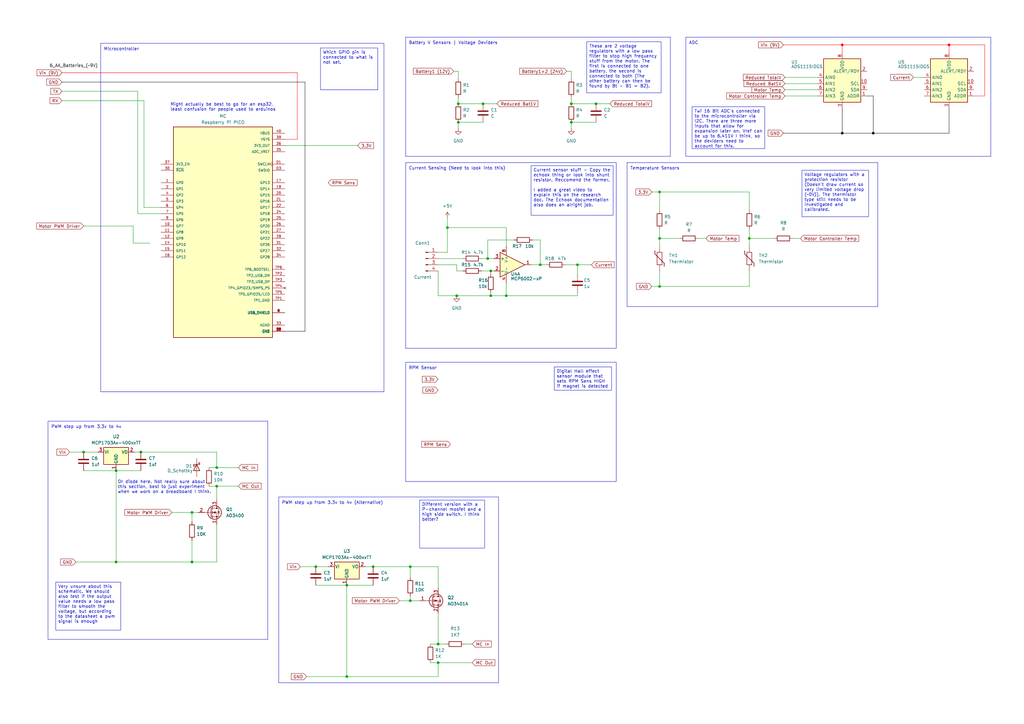
<source format=kicad_sch>
(kicad_sch (version 20230121) (generator eeschema)
  (paper "A3")
  (lib_symbols
    (symbol "Amplifier_Operational:MCP6002-xP" (pin_names (offset 0.127))
      (property "Reference" "U" (at 0 5.08 0))
      (property "Value" "MCP6002-xP" (at 0 -5.08 0))
      (symbol "MCP6002-xP_1_1"
        (polyline (pts (xy -5.08 5.08) (xy 5.08 0) (xy -5.08 -5.08) (xy -5.08 5.08)) (stroke (width 0.254)) (fill (type background)))
        (pin output line (at 7.62 0 180) (length 2.54) (name "~") (number "1"))
        (pin input line (at -7.62 -2.54 0) (length 2.54) (name "-") (number "2"))
        (pin input line (at -7.62 2.54 0) (length 2.54) (name "+") (number "3"))
      )
      (symbol "MCP6002-xP_2_1"
        (polyline (pts (xy -5.08 5.08) (xy 5.08 0) (xy -5.08 -5.08) (xy -5.08 5.08)) (stroke (width 0.254)) (fill (type background)))
        (pin input line (at -7.62 2.54 0) (length 2.54) (name "+") (number "5"))
        (pin input line (at -7.62 -2.54 0) (length 2.54) (name "-") (number "6"))
        (pin output line (at 7.62 0 180) (length 2.54) (name "~") (number "7"))
      )
      (symbol "MCP6002-xP_3_1"
        (pin power_in line (at -2.54 -7.62 90) (length 3.81) (name "V-") (number "4"))
        (pin power_in line (at -2.54 7.62 270) (length 3.81) (name "V+") (number "8"))
      )
    )
    (symbol "Analog_ADC:ADS1115IDGS"
      (property "Reference" "U" (at 2.54 13.97 0))
      (property "Value" "ADS1115IDGS" (at 7.62 11.43 0))
      (symbol "ADS1115IDGS_0_1"
        (rectangle (start -7.62 10.16) (end 7.62 -7.62) (stroke (width 0.254)) (fill (type background)))
      )
      (symbol "ADS1115IDGS_1_1"
        (pin input line (at 10.16 -5.08 180) (length 2.54) (name "ADDR") (number "1"))
        (pin input line (at 10.16 0 180) (length 2.54) (name "SCL") (number "10"))
        (pin output line (at 10.16 5.08 180) (length 2.54) (name "ALERT/RDY") (number "2"))
        (pin power_in line (at 0 -10.16 90) (length 2.54) (name "GND") (number "3"))
        (pin input line (at -10.16 2.54 0) (length 2.54) (name "AIN0") (number "4"))
        (pin input line (at -10.16 0 0) (length 2.54) (name "AIN1") (number "5"))
        (pin input line (at -10.16 -2.54 0) (length 2.54) (name "AIN2") (number "6"))
        (pin input line (at -10.16 -5.08 0) (length 2.54) (name "AIN3") (number "7"))
        (pin power_in line (at 0 12.7 270) (length 2.54) (name "VDD") (number "8"))
        (pin bidirectional line (at 10.16 -2.54 180) (length 2.54) (name "SDA") (number "9"))
      )
    )
    (symbol "Connector:Conn_01x04_Male" (pin_names (offset 1.016) hide)
      (property "Reference" "J" (at 0 5.08 0))
      (property "Value" "Conn_01x04_Male" (at 0 -7.62 0))
      (symbol "Conn_01x04_Male_1_1"
        (polyline (pts (xy 1.27 -5.08) (xy 0.8636 -5.08)) (stroke (width 0.1524)))
        (polyline (pts (xy 1.27 -2.54) (xy 0.8636 -2.54)) (stroke (width 0.1524)))
        (polyline (pts (xy 1.27 0) (xy 0.8636 0)) (stroke (width 0.1524)))
        (polyline (pts (xy 1.27 2.54) (xy 0.8636 2.54)) (stroke (width 0.1524)))
        (rectangle (start 0.8636 -4.953) (end 0 -5.207) (stroke (width 0.1524)) (fill (type outline)))
        (rectangle (start 0.8636 -2.413) (end 0 -2.667) (stroke (width 0.1524)) (fill (type outline)))
        (rectangle (start 0.8636 0.127) (end 0 -0.127) (stroke (width 0.1524)) (fill (type outline)))
        (rectangle (start 0.8636 2.667) (end 0 2.413) (stroke (width 0.1524)) (fill (type outline)))
        (pin passive line (at 5.08 2.54 180) (length 3.81) (name "Pin_1") (number "1"))
        (pin passive line (at 5.08 0 180) (length 3.81) (name "Pin_2") (number "2"))
        (pin passive line (at 5.08 -2.54 180) (length 3.81) (name "Pin_3") (number "3"))
        (pin passive line (at 5.08 -5.08 180) (length 3.81) (name "Pin_4") (number "4"))
      )
    )
    (symbol "Device:C" (pin_numbers hide) (pin_names (offset 0.254))
      (property "Reference" "C" (at 0.635 2.54 0))
      (property "Value" "C" (at 0.635 -2.54 0))
      (symbol "C_0_1"
        (polyline (pts (xy -2.032 -0.762) (xy 2.032 -0.762)) (stroke (width 0.508)))
        (polyline (pts (xy -2.032 0.762) (xy 2.032 0.762)) (stroke (width 0.508)))
      )
      (symbol "C_1_1"
        (pin passive line (at 0 3.81 270) (length 2.794) (name "~") (number "1"))
        (pin passive line (at 0 -3.81 90) (length 2.794) (name "~") (number "2"))
      )
    )
    (symbol "Device:D_Schottky" (pin_numbers hide) (pin_names (offset 1.016) hide)
      (property "Reference" "D" (at 0 2.54 0))
      (property "Value" "D_Schottky" (at 0 -2.54 0))
      (symbol "D_Schottky_0_1"
        (polyline (pts (xy 1.27 0) (xy -1.27 0)))
        (polyline (pts (xy 1.27 1.27) (xy 1.27 -1.27) (xy -1.27 0) (xy 1.27 1.27)) (stroke (width 0.254)))
        (polyline (pts (xy -1.905 0.635) (xy -1.905 1.27) (xy -1.27 1.27) (xy -1.27 -1.27) (xy -0.635 -1.27) (xy -0.635 -0.635)) (stroke (width 0.254)))
      )
      (symbol "D_Schottky_1_1"
        (pin passive line (at -3.81 0 0) (length 2.54) (name "K") (number "1"))
        (pin passive line (at 3.81 0 180) (length 2.54) (name "A") (number "2"))
      )
    )
    (symbol "Device:R" (pin_numbers hide) (pin_names (offset 0))
      (property "Reference" "R" (at 2.032 0 90))
      (property "Value" "R" (at 0 0 90))
      (symbol "R_0_1"
        (rectangle (start -1.016 -2.54) (end 1.016 2.54) (stroke (width 0.254)))
      )
      (symbol "R_1_1"
        (pin passive line (at 0 3.81 270) (length 1.27) (name "~") (number "1"))
        (pin passive line (at 0 -3.81 90) (length 1.27) (name "~") (number "2"))
      )
    )
    (symbol "Device:Thermistor" (pin_numbers hide) (pin_names (offset 0))
      (property "Reference" "TH" (at 2.54 1.27 90))
      (property "Value" "Thermistor" (at -2.54 0 90))
      (symbol "Thermistor_0_1"
        (rectangle (start -1.016 2.54) (end 1.016 -2.54) (stroke (width 0.2032)))
        (polyline (pts (xy -1.905 3.175) (xy -1.905 1.905) (xy 1.905 -1.905) (xy 1.905 -3.175) (xy 1.905 -3.175)) (stroke (width 0.254)))
      )
      (symbol "Thermistor_1_1"
        (pin passive line (at 0 5.08 270) (length 2.54) (name "~") (number "1"))
        (pin passive line (at 0 -5.08 90) (length 2.54) (name "~") (number "2"))
      )
    )
    (symbol "Regulator_Linear:MCP1703Ax-400xxTT" (pin_names (offset 0.254))
      (property "Reference" "U" (at -3.81 3.175 0))
      (property "Value" "MCP1703Ax-400xxTT" (at 0 3.175 0))
      (symbol "MCP1703Ax-400xxTT_0_1"
        (rectangle (start -5.08 -5.08) (end 5.08 1.905) (stroke (width 0.254)) (fill (type background)))
      )
      (symbol "MCP1703Ax-400xxTT_1_1"
        (pin power_in line (at 0 -7.62 90) (length 2.54) (name "GND") (number "1"))
        (pin power_out line (at 7.62 0 180) (length 2.54) (name "VO") (number "2"))
        (pin power_in line (at -7.62 0 0) (length 2.54) (name "VI") (number "3"))
      )
    )
    (symbol "SC0915:SC0915" (pin_names (offset 1.016))
      (property "Reference" "U" (at -20.32 44.069 0))
      (property "Value" "SC0915" (at -20.32 -45.72 0))
      (symbol "SC0915_0_0"
        (rectangle (start -20.32 -43.18) (end 20.32 43.18) (stroke (width 0.254)) (fill (type background)))
        (pin bidirectional line (at -25.4 20.32 0) (length 5.08) (name "GP0") (number "1"))
        (pin bidirectional line (at -25.4 2.54 0) (length 5.08) (name "GP7") (number "10"))
        (pin bidirectional line (at -25.4 0 0) (length 5.08) (name "GP8") (number "11"))
        (pin bidirectional line (at -25.4 -2.54 0) (length 5.08) (name "GP9") (number "12"))
        (pin power_in line (at 25.4 -40.64 180) (length 5.08) (name "GND") (number "13"))
        (pin bidirectional line (at -25.4 -5.08 0) (length 5.08) (name "GP10") (number "14"))
        (pin bidirectional line (at -25.4 -7.62 0) (length 5.08) (name "GP11") (number "15"))
        (pin bidirectional line (at -25.4 -10.16 0) (length 5.08) (name "GP12") (number "16"))
        (pin bidirectional line (at 25.4 20.32 180) (length 5.08) (name "GP13") (number "17"))
        (pin power_in line (at 25.4 -40.64 180) (length 5.08) (name "GND") (number "18"))
        (pin bidirectional line (at 25.4 17.78 180) (length 5.08) (name "GP14") (number "19"))
        (pin bidirectional line (at -25.4 17.78 0) (length 5.08) (name "GP1") (number "2"))
        (pin bidirectional line (at 25.4 15.24 180) (length 5.08) (name "GP15") (number "20"))
        (pin bidirectional line (at 25.4 12.7 180) (length 5.08) (name "GP16") (number "21"))
        (pin bidirectional line (at 25.4 10.16 180) (length 5.08) (name "GP17") (number "22"))
        (pin power_in line (at 25.4 -40.64 180) (length 5.08) (name "GND") (number "23"))
        (pin bidirectional line (at 25.4 7.62 180) (length 5.08) (name "GP18") (number "24"))
        (pin bidirectional line (at 25.4 5.08 180) (length 5.08) (name "GP19") (number "25"))
        (pin bidirectional line (at 25.4 2.54 180) (length 5.08) (name "GP20") (number "26"))
        (pin bidirectional line (at 25.4 0 180) (length 5.08) (name "GP21") (number "27"))
        (pin power_in line (at 25.4 -40.64 180) (length 5.08) (name "GND") (number "28"))
        (pin bidirectional line (at 25.4 -2.54 180) (length 5.08) (name "GP22") (number "29"))
        (pin power_in line (at 25.4 -40.64 180) (length 5.08) (name "GND") (number "3"))
        (pin input line (at -25.4 25.4 0) (length 5.08) (name "~{RUN}") (number "30"))
        (pin bidirectional line (at 25.4 -5.08 180) (length 5.08) (name "GP26") (number "31"))
        (pin bidirectional line (at 25.4 -7.62 180) (length 5.08) (name "GP27") (number "32"))
        (pin power_in line (at 25.4 -38.1 180) (length 5.08) (name "AGND") (number "33"))
        (pin bidirectional line (at 25.4 -10.16 180) (length 5.08) (name "GP28") (number "34"))
        (pin power_in line (at 25.4 33.02 180) (length 5.08) (name "ADC_VREF") (number "35"))
        (pin power_in line (at 25.4 35.56 180) (length 5.08) (name "3V3_OUT") (number "36"))
        (pin input line (at -25.4 27.94 0) (length 5.08) (name "3V3_EN") (number "37"))
        (pin power_in line (at 25.4 -40.64 180) (length 5.08) (name "GND") (number "38"))
        (pin power_in line (at 25.4 38.1 180) (length 5.08) (name "VSYS") (number "39"))
        (pin bidirectional line (at -25.4 15.24 0) (length 5.08) (name "GP2") (number "4"))
        (pin power_in line (at 25.4 40.64 180) (length 5.08) (name "VBUS") (number "40"))
        (pin bidirectional line (at -25.4 12.7 0) (length 5.08) (name "GP3") (number "5"))
        (pin bidirectional line (at -25.4 10.16 0) (length 5.08) (name "GP4") (number "6"))
        (pin bidirectional line (at -25.4 7.62 0) (length 5.08) (name "GP5") (number "7"))
        (pin power_in line (at 25.4 -40.64 180) (length 5.08) (name "GND") (number "8"))
        (pin bidirectional line (at -25.4 5.08 0) (length 5.08) (name "GP6") (number "9"))
        (pin power_in line (at 25.4 -33.02 180) (length 5.08) (name "USB_SHIELD") (number "A"))
        (pin power_in line (at 25.4 -33.02 180) (length 5.08) (name "USB_SHIELD") (number "B"))
        (pin power_in line (at 25.4 -33.02 180) (length 5.08) (name "USB_SHIELD") (number "C"))
        (pin power_in line (at 25.4 -33.02 180) (length 5.08) (name "USB_SHIELD") (number "D"))
        (pin input clock (at 25.4 27.94 180) (length 5.08) (name "SWCLK") (number "D1"))
        (pin power_in line (at 25.4 -40.64 180) (length 5.08) (name "GND") (number "D2"))
        (pin bidirectional line (at 25.4 25.4 180) (length 5.08) (name "SWDIO") (number "D3"))
        (pin power_in line (at 25.4 -27.94 180) (length 5.08) (name "TP1_GND") (number "TP1"))
        (pin bidirectional line (at 25.4 -17.78 180) (length 5.08) (name "TP2_USB_DM") (number "TP2"))
        (pin bidirectional line (at 25.4 -20.32 180) (length 5.08) (name "TP3_USB_DP") (number "TP3"))
        (pin no_connect line (at 25.4 -22.86 180) (length 5.08) (name "TP4_GPIO23/SMPS_PS") (number "TP4"))
        (pin output line (at 25.4 -25.4 180) (length 5.08) (name "TP5_GPIO25/LED") (number "TP5"))
        (pin input line (at 25.4 -15.24 180) (length 5.08) (name "TP6_BOOTSEL") (number "TP6"))
      )
    )
    (symbol "Transistor_FET:2N7000" (pin_names hide)
      (property "Reference" "Q" (at 5.08 1.905 0))
      (property "Value" "2N7000" (at 5.08 0 0))
      (symbol "2N7000_0_1"
        (polyline (pts (xy 0.254 0) (xy -2.54 0)))
        (polyline (pts (xy 0.254 1.905) (xy 0.254 -1.905)) (stroke (width 0.254)))
        (polyline (pts (xy 0.762 -1.27) (xy 0.762 -2.286)) (stroke (width 0.254)))
        (polyline (pts (xy 0.762 0.508) (xy 0.762 -0.508)) (stroke (width 0.254)))
        (polyline (pts (xy 0.762 2.286) (xy 0.762 1.27)) (stroke (width 0.254)))
        (polyline (pts (xy 2.54 2.54) (xy 2.54 1.778)))
        (polyline (pts (xy 2.54 -2.54) (xy 2.54 0) (xy 0.762 0)))
        (polyline (pts (xy 0.762 -1.778) (xy 3.302 -1.778) (xy 3.302 1.778) (xy 0.762 1.778)))
        (polyline (pts (xy 1.016 0) (xy 2.032 0.381) (xy 2.032 -0.381) (xy 1.016 0)) (fill (type outline)))
        (polyline (pts (xy 2.794 0.508) (xy 2.921 0.381) (xy 3.683 0.381) (xy 3.81 0.254)))
        (polyline (pts (xy 3.302 0.381) (xy 2.921 -0.254) (xy 3.683 -0.254) (xy 3.302 0.381)))
        (circle (center 1.651 0) (radius 2.794) (stroke (width 0.254)))
        (circle (center 2.54 -1.778) (radius 0.254) (fill (type outline)))
        (circle (center 2.54 1.778) (radius 0.254) (fill (type outline)))
      )
      (symbol "2N7000_1_1"
        (pin passive line (at 2.54 -5.08 90) (length 2.54) (name "S") (number "1"))
        (pin input line (at -5.08 0 0) (length 2.54) (name "G") (number "2"))
        (pin passive line (at 2.54 5.08 270) (length 2.54) (name "D") (number "3"))
      )
    )
    (symbol "Transistor_FET:AO3401A" (pin_names hide)
      (property "Reference" "Q" (at 5.08 1.905 0))
      (property "Value" "AO3401A" (at 5.08 0 0))
      (symbol "AO3401A_0_1"
        (polyline (pts (xy 0.254 0) (xy -2.54 0)))
        (polyline (pts (xy 0.254 1.905) (xy 0.254 -1.905)) (stroke (width 0.254)))
        (polyline (pts (xy 0.762 -1.27) (xy 0.762 -2.286)) (stroke (width 0.254)))
        (polyline (pts (xy 0.762 0.508) (xy 0.762 -0.508)) (stroke (width 0.254)))
        (polyline (pts (xy 0.762 2.286) (xy 0.762 1.27)) (stroke (width 0.254)))
        (polyline (pts (xy 2.54 2.54) (xy 2.54 1.778)))
        (polyline (pts (xy 2.54 -2.54) (xy 2.54 0) (xy 0.762 0)))
        (polyline (pts (xy 0.762 1.778) (xy 3.302 1.778) (xy 3.302 -1.778) (xy 0.762 -1.778)))
        (polyline (pts (xy 2.286 0) (xy 1.27 0.381) (xy 1.27 -0.381) (xy 2.286 0)) (fill (type outline)))
        (polyline (pts (xy 2.794 -0.508) (xy 2.921 -0.381) (xy 3.683 -0.381) (xy 3.81 -0.254)))
        (polyline (pts (xy 3.302 -0.381) (xy 2.921 0.254) (xy 3.683 0.254) (xy 3.302 -0.381)))
        (circle (center 1.651 0) (radius 2.794) (stroke (width 0.254)))
        (circle (center 2.54 -1.778) (radius 0.254) (fill (type outline)))
        (circle (center 2.54 1.778) (radius 0.254) (fill (type outline)))
      )
      (symbol "AO3401A_1_1"
        (pin input line (at -5.08 0 0) (length 2.54) (name "G") (number "1"))
        (pin passive line (at 2.54 -5.08 90) (length 2.54) (name "S") (number "2"))
        (pin passive line (at 2.54 5.08 270) (length 2.54) (name "D") (number "3"))
      )
    )
    (symbol "power:+5V" (power) (pin_names (offset 0))
      (property "Value" "+5V" (at 0 3.556 0))
      (symbol "+5V_0_1"
        (polyline (pts (xy -0.762 1.27) (xy 0 2.54)))
        (polyline (pts (xy 0 0) (xy 0 2.54)))
        (polyline (pts (xy 0 2.54) (xy 0.762 1.27)))
      )
      (symbol "+5V_1_1"
        (pin power_in line (at 0 0 90) (length 0) hide (name "+5V") (number "1"))
      )
    )
    (symbol "power:GND" (power) (pin_names (offset 0))
      (property "Value" "GND" (at 0 -3.81 0))
      (symbol "GND_0_1"
        (polyline (pts (xy 0 0) (xy 0 -1.27) (xy 1.27 -1.27) (xy 0 -2.54) (xy -1.27 -1.27) (xy 0 -1.27)))
      )
      (symbol "GND_1_1"
        (pin power_in line (at 0 0 270) (length 0) hide (name "GND") (number "1"))
      )
    )
  )
  (junction (at 236.855 108.585))
  (junction (at 345.44 54.61) (color 0 0 0 1))
  (junction (at 234.315 50.165))
  (junction (at 47.625 230.505))
  (junction (at 129.54 232.41))
  (junction (at 307.34 97.79))
  (junction (at 142.24 277.495))
  (junction (at 270.51 78.74))
  (junction (at 168.275 246.38))
  (junction (at 183.515 93.345))
  (junction (at 358.14 54.61) (color 0 0 0 1))
  (junction (at 244.475 42.545))
  (junction (at 78.74 230.505))
  (junction (at 47.625 193.04))
  (junction (at 221.615 108.585))
  (junction (at 179.705 271.78))
  (junction (at 168.275 232.41))
  (junction (at 200.025 106.045))
  (junction (at 57.785 185.42))
  (junction (at 34.29 185.42))
  (junction (at 187.96 50.165))
  (junction (at 78.74 210.185))
  (junction (at 88.9 199.39))
  (junction (at 345.44 18.415) (color 255 0 0 1))
  (junction (at 270.51 97.79))
  (junction (at 179.705 264.16))
  (junction (at 187.96 42.545))
  (junction (at 201.295 121.285))
  (junction (at 270.51 117.475))
  (junction (at 389.255 18.415) (color 255 0 0 1))
  (junction (at 198.12 42.545))
  (junction (at 201.295 111.125))
  (junction (at 234.315 42.545))
  (junction (at 142.24 240.03))
  (junction (at 207.645 121.285))
  (junction (at 88.9 191.77))
  (junction (at 153.035 232.41))
  (junction (at 187.325 121.285))
  (wire (pts (xy 142.24 240.03) (xy 153.035 240.03)))
  (wire (pts (xy 179.705 271.78) (xy 179.705 277.495)))
  (wire (pts (xy 176.53 264.16) (xy 179.705 264.16)))
  (wire (pts (xy 200.025 98.425) (xy 200.025 106.045)))
  (wire (pts (xy 54.61 99.695) (xy 61.595 99.695)))
  (wire (pts (xy 179.705 121.285) (xy 179.705 111.125)))
  (wire (pts (xy 307.34 97.79) (xy 317.5 97.79)))
  (wire (pts (xy 163.83 246.38) (xy 168.275 246.38)))
  (wire (pts (xy 270.51 97.79) (xy 270.51 93.98)))
  (wire (pts (xy 201.295 121.285) (xy 187.325 121.285)))
  (wire (pts (xy 47.625 193.04) (xy 47.625 230.505)))
  (wire (pts (xy 190.5 264.16) (xy 193.675 264.16)))
  (wire (pts (xy 78.74 210.185) (xy 81.28 210.185)))
  (wire (pts (xy 88.9 185.42) (xy 88.9 191.77)))
  (wire (pts (xy 307.34 93.98) (xy 307.34 97.79)))
  (wire (pts (xy 234.315 50.165) (xy 234.315 52.705)))
  (wire (pts (xy 201.295 120.015) (xy 201.295 121.285)))
  (wire (pts (xy 307.34 97.79) (xy 307.34 100.965)))
  (wire (pts (xy 321.945 36.83) (xy 335.28 36.83)))
  (wire (pts (xy 187.325 108.585) (xy 179.705 108.585)))
  (wire (pts (xy 176.53 271.78) (xy 179.705 271.78)))
  (wire (pts (xy 236.855 108.585) (xy 242.57 108.585)))
  (wire (pts (xy 25.4 37.465) (xy 56.515 37.465)))
  (wire (pts (xy 168.275 244.475) (xy 168.275 246.38)))
  (wire (pts (xy 270.51 117.475) (xy 307.34 117.475)))
  (wire (pts (xy 56.515 37.465) (xy 56.515 87.63)))
  (wire (pts (xy 121.92 29.845) (xy 121.92 57.15)) (stroke (width 0) (color 255 0 0 1)))
  (wire (pts (xy 389.255 44.45) (xy 389.255 54.61)) (stroke (width 0) (color 0 0 0 1)))
  (wire (pts (xy 78.74 213.995) (xy 78.74 210.185)))
  (wire (pts (xy 236.855 108.585) (xy 231.775 108.585)))
  (wire (pts (xy 123.19 232.41) (xy 129.54 232.41)))
  (wire (pts (xy 28.575 185.42) (xy 34.29 185.42)))
  (wire (pts (xy 232.41 29.21) (xy 234.315 29.21)))
  (wire (pts (xy 55.245 185.42) (xy 57.785 185.42)))
  (wire (pts (xy 121.92 57.15) (xy 116.84 57.15)) (stroke (width 0) (color 255 0 0 1)))
  (wire (pts (xy 210.82 98.425) (xy 200.025 98.425)))
  (wire (pts (xy 207.645 116.205) (xy 207.645 121.285)))
  (wire (pts (xy 403.86 18.415) (xy 389.255 18.415)) (stroke (width 0) (color 255 0 0 1)))
  (wire (pts (xy 59.055 41.275) (xy 59.055 85.09)))
  (wire (pts (xy 207.645 121.285) (xy 201.295 121.285)))
  (wire (pts (xy 234.315 42.545) (xy 244.475 42.545)))
  (wire (pts (xy 197.485 111.125) (xy 201.295 111.125)))
  (wire (pts (xy 25.4 29.845) (xy 121.92 29.845)) (stroke (width 0) (color 255 0 0 1)))
  (wire (pts (xy 47.625 230.505) (xy 31.115 230.505)))
  (wire (pts (xy 321.31 18.415) (xy 345.44 18.415)) (stroke (width 0) (color 255 0 0 1)))
  (wire (pts (xy 179.705 106.045) (xy 189.865 106.045)))
  (wire (pts (xy 403.86 39.37) (xy 403.86 18.415)) (stroke (width 0) (color 255 0 0 1)))
  (wire (pts (xy 179.705 251.46) (xy 179.705 264.16)))
  (wire (pts (xy 187.96 50.165) (xy 187.96 52.705)))
  (wire (pts (xy 345.44 18.415) (xy 389.255 18.415)) (stroke (width 0) (color 255 0 0 1)))
  (wire (pts (xy 125.095 33.655) (xy 125.095 135.89)) (stroke (width 0) (color 0 0 0 1)))
  (wire (pts (xy 236.855 120.015) (xy 236.855 121.285)))
  (wire (pts (xy 54.61 92.71) (xy 54.61 99.695)))
  (wire (pts (xy 57.785 185.42) (xy 88.9 185.42)))
  (wire (pts (xy 234.315 29.21) (xy 234.315 32.385)))
  (wire (pts (xy 179.705 264.16) (xy 182.88 264.16)))
  (wire (pts (xy 183.515 89.535) (xy 183.515 93.345)))
  (wire (pts (xy 179.705 232.41) (xy 179.705 241.3)))
  (wire (pts (xy 201.295 111.125) (xy 201.295 112.395)))
  (wire (pts (xy 234.315 50.165) (xy 244.475 50.165)))
  (wire (pts (xy 399.415 39.37) (xy 403.86 39.37)) (stroke (width 0) (color 255 0 0 1)))
  (wire (pts (xy 70.485 210.185) (xy 78.74 210.185)))
  (wire (pts (xy 221.615 98.425) (xy 221.615 108.585)))
  (wire (pts (xy 179.705 103.505) (xy 183.515 103.505)))
  (wire (pts (xy 34.29 193.04) (xy 47.625 193.04)))
  (wire (pts (xy 267.335 117.475) (xy 270.51 117.475)))
  (wire (pts (xy 187.96 42.545) (xy 198.12 42.545)))
  (wire (pts (xy 88.9 230.505) (xy 78.74 230.505)))
  (wire (pts (xy 345.44 18.415) (xy 345.44 21.59)) (stroke (width 0) (color 255 0 0 1)))
  (wire (pts (xy 88.9 191.77) (xy 97.79 191.77)))
  (wire (pts (xy 217.805 108.585) (xy 221.615 108.585)))
  (wire (pts (xy 200.025 106.045) (xy 202.565 106.045)))
  (wire (pts (xy 236.855 108.585) (xy 236.855 112.395)))
  (wire (pts (xy 244.475 42.545) (xy 250.19 42.545)))
  (wire (pts (xy 267.335 78.74) (xy 270.51 78.74)))
  (wire (pts (xy 116.84 135.89) (xy 125.095 135.89)) (stroke (width 0) (color 0 0 0 1)))
  (wire (pts (xy 85.725 199.39) (xy 88.9 199.39)))
  (wire (pts (xy 168.275 232.41) (xy 168.275 236.855)))
  (wire (pts (xy 168.275 246.38) (xy 172.085 246.38)))
  (wire (pts (xy 389.255 18.415) (xy 389.255 21.59)) (stroke (width 0) (color 255 0 0 1)))
  (wire (pts (xy 97.79 199.39) (xy 88.9 199.39)))
  (wire (pts (xy 183.515 93.345) (xy 183.515 103.505)))
  (wire (pts (xy 85.725 191.77) (xy 88.9 191.77)))
  (wire (pts (xy 34.29 185.42) (xy 40.005 185.42)))
  (wire (pts (xy 187.96 40.005) (xy 187.96 42.545)))
  (wire (pts (xy 207.645 93.345) (xy 183.515 93.345)))
  (wire (pts (xy 56.515 87.63) (xy 66.04 87.63)))
  (wire (pts (xy 187.96 50.165) (xy 198.12 50.165)))
  (wire (pts (xy 187.325 121.285) (xy 179.705 121.285)))
  (wire (pts (xy 286.385 97.79) (xy 289.56 97.79)))
  (wire (pts (xy 186.055 29.21) (xy 187.96 29.21)))
  (wire (pts (xy 218.44 98.425) (xy 221.615 98.425)))
  (wire (pts (xy 270.51 111.125) (xy 270.51 117.475)))
  (wire (pts (xy 321.945 31.75) (xy 335.28 31.75)))
  (wire (pts (xy 198.12 42.545) (xy 203.835 42.545)))
  (wire (pts (xy 189.865 111.125) (xy 187.325 111.125)))
  (wire (pts (xy 345.44 44.45) (xy 345.44 54.61)) (stroke (width 0) (color 0 0 0 1)))
  (wire (pts (xy 307.34 78.74) (xy 307.34 86.36)))
  (wire (pts (xy 358.14 39.37) (xy 358.14 54.61)) (stroke (width 0) (color 0 0 0 1)))
  (wire (pts (xy 149.86 232.41) (xy 153.035 232.41)))
  (wire (pts (xy 142.24 277.495) (xy 179.705 277.495)))
  (wire (pts (xy 278.765 97.79) (xy 270.51 97.79)))
  (wire (pts (xy 25.4 33.655) (xy 125.095 33.655)) (stroke (width 0) (color 0 0 0 1)))
  (wire (pts (xy 345.44 54.61) (xy 358.14 54.61)) (stroke (width 0) (color 0 0 0 1)))
  (wire (pts (xy 270.51 78.74) (xy 307.34 78.74)))
  (wire (pts (xy 168.275 232.41) (xy 179.705 232.41)))
  (wire (pts (xy 321.945 39.37) (xy 335.28 39.37)))
  (wire (pts (xy 129.54 240.03) (xy 142.24 240.03)))
  (wire (pts (xy 321.945 34.29) (xy 335.28 34.29)))
  (wire (pts (xy 234.315 40.005) (xy 234.315 42.545)))
  (wire (pts (xy 270.51 97.79) (xy 270.51 100.965)))
  (wire (pts (xy 125.73 277.495) (xy 142.24 277.495)))
  (wire (pts (xy 34.29 92.71) (xy 54.61 92.71)))
  (wire (pts (xy 221.615 108.585) (xy 224.155 108.585)))
  (wire (pts (xy 270.51 86.36) (xy 270.51 78.74)))
  (wire (pts (xy 197.485 106.045) (xy 200.025 106.045)))
  (wire (pts (xy 47.625 193.04) (xy 57.785 193.04)))
  (wire (pts (xy 207.645 100.965) (xy 207.645 93.345)))
  (wire (pts (xy 374.65 31.75) (xy 379.095 31.75)))
  (wire (pts (xy 355.6 39.37) (xy 358.14 39.37)) (stroke (width 0) (color 0 0 0 1)))
  (wire (pts (xy 207.645 121.285) (xy 236.855 121.285)))
  (wire (pts (xy 88.9 215.265) (xy 88.9 230.505)))
  (wire (pts (xy 187.96 29.21) (xy 187.96 32.385)))
  (wire (pts (xy 201.295 111.125) (xy 202.565 111.125)))
  (wire (pts (xy 187.325 111.125) (xy 187.325 108.585)))
  (wire (pts (xy 142.24 240.03) (xy 142.24 277.495)))
  (wire (pts (xy 116.84 59.69) (xy 146.685 59.69)))
  (wire (pts (xy 78.74 230.505) (xy 47.625 230.505)))
  (wire (pts (xy 129.54 232.41) (xy 134.62 232.41)))
  (wire (pts (xy 59.055 85.09) (xy 66.04 85.09)))
  (wire (pts (xy 78.74 221.615) (xy 78.74 230.505)))
  (wire (pts (xy 193.675 271.78) (xy 179.705 271.78)))
  (wire (pts (xy 325.12 97.79) (xy 328.295 97.79)))
  (wire (pts (xy 88.9 199.39) (xy 88.9 205.105)))
  (wire (pts (xy 25.4 41.275) (xy 59.055 41.275)))
  (wire (pts (xy 307.34 117.475) (xy 307.34 111.125)))
  (wire (pts (xy 321.31 54.61) (xy 345.44 54.61)) (stroke (width 0) (color 0 0 0 1)))
  (wire (pts (xy 358.14 54.61) (xy 389.255 54.61)) (stroke (width 0) (color 0 0 0 1)))
  (wire (pts (xy 153.035 232.41) (xy 168.275 232.41)))
  (rectangle (start 114.3 203.835) (end 204.47 280.035))
  (rectangle (start 166.37 15.24) (end 274.955 64.135))
  (rectangle (start 281.305 15.24) (end 406.4 64.135))
  (rectangle (start 166.37 148.59) (end 252.73 197.485))
  (rectangle (start 41.275 17.78) (end 157.48 160.655))
  (rectangle (start 257.175 66.675) (end 360.045 125.73))
  (rectangle (start 166.37 66.675) (end 252.73 142.875))
  (rectangle (start 19.685 172.72) (end 109.855 262.255))
  (text_box "Very unsure about this schematic. We should also test if the output value needs a low pass filter to smooth the voltage, but according to the datasheet a pwm signal is enough" (at 22.86 238.76 0) (size 26.67 19.685) (effects (font (size 1.27 1.27)) (justify left top)))
  (text_box "Digital Hall effect sensor module that sets RPM Sens HIGH if magnet is detected" (at 227.33 150.495 0) (size 23.495 9.525) (effects (font (size 1.27 1.27)) (justify left top)))
  (text_box "Twi 16 Bit ADC's connected to the microcontroller via I2C. There are three more inputs that allow for expansion later on. Vref can be up to 6.411V I think, so the deviders need to account for this." (at 283.845 43.815 0) (size 29.845 17.145) (effects (font (size 1.27 1.27)) (justify left top)))
  (text_box "Which GPIO pin is connected to what is not set.\n" (at 131.445 19.685 0) (size 23.495 17.145) (effects (font (size 1.27 1.27)) (justify left top)))
  (text_box "Voltage regulators with a protection resistor (Doesn't draw current so very limited voltage drop (~0V)). The thermistor type still needs to be investigated and calibrated." (at 328.93 69.85 0) (size 27.305 19.05) (effects (font (size 1.27 1.27)) (justify left top)))
  (text_box "Different version with a P-channel mosfet and a high side switch. I think better?" (at 172.085 205.105 0) (size 26.67 19.685) (effects (font (size 1.27 1.27)) (justify left top)))
  (text_box "These are 2 voltage regulators with a low pass filter to stop high frequency stuff from the motor. The first is connected to one battery, the second is connected to both (The other battery can then be found by Bt - B1 = B2)." (at 240.665 17.145 0) (size 30.48 20.955) (effects (font (size 1.27 1.27)) (justify left top)))
  (text_box "Current sensor stuff - Copy the echook thing or look into shunt resistor. Reccomend the former. \n\nI added a great video to explain this on the research doc. The Echook documentation also does an alright job." (at 217.805 67.945 0) (size 33.655 20.32) (effects (font (size 1.27 1.27)) (justify left top)))
  (text "Current Sensing (Need to look into this)\n" (at 167.64 69.85 0) (effects (font (size 1.27 1.27)) (justify left bottom)))
  (text "PWM step up from 3.3v to 4v (Alternative)\n" (at 115.57 207.01 0) (effects (font (size 1.27 1.27)) (justify left bottom)))
  (text "RPM Sensor" (at 167.64 151.765 0) (effects (font (size 1.27 1.27)) (justify left bottom)))
  (text "ADC" (at 282.575 18.415 0) (effects (font (size 1.27 1.27)) (justify left bottom)))
  (text "Might actually be best to go for an esp32,\nleast confusion for people used to arduinos" (at 69.85 45.72 0) (effects (font (size 1.27 1.27)) (justify left bottom)))
  (text "Battery V Sensors | Voltage Deviders" (at 167.64 18.415 0) (effects (font (size 1.27 1.27)) (justify left bottom)))
  (text "PWM step up from 3.3v to 4v" (at 20.955 175.895 0) (effects (font (size 1.27 1.27)) (justify left bottom)))
  (text "Microcontroller\n" (at 42.545 20.955 0) (effects (font (size 1.27 1.27)) (justify left bottom)))
  (text "Or diode here. Not really sure about \nthis section, best to just experiment\nwhen we work on a breadboard I think." (at 48.26 202.565 0) (effects (font (size 1.27 1.27)) (justify left bottom)))
  (text "Temperature Sensors\n" (at 258.445 69.85 0) (effects (font (size 1.27 1.27)) (justify left bottom)))
  (label "6_AA_Batteries_(~9V)" (at 20.32 27.94 0))
  (global_label "RPM Sens" (shape input) (at 134.62 74.93 0) (property "Intersheetrefs" "${INTERSHEET_REFS}" (effects hide)))
  (global_label "Reduced Bat1V" (shape input) (at 321.945 34.29 180) (property "Intersheetrefs" "${INTERSHEET_REFS}" (effects hide)))
  (global_label "GND" (shape input) (at 25.4 33.655 180) (property "Intersheetrefs" "${INTERSHEET_REFS}" (effects hide)))
  (global_label "Battery1+2 (24V)" (shape input) (at 232.41 29.21 180) (property "Intersheetrefs" "${INTERSHEET_REFS}" (effects hide)))
  (global_label "Vin" (shape input) (at 28.575 185.42 180) (property "Intersheetrefs" "${INTERSHEET_REFS}" (effects hide)))
  (global_label "RX" (shape input) (at 25.4 41.275 180) (property "Intersheetrefs" "${INTERSHEET_REFS}" (effects hide)))
  (global_label "GND" (shape input) (at 125.73 277.495 180) (property "Intersheetrefs" "${INTERSHEET_REFS}" (effects hide)))
  (global_label "Reduced TotalV" (shape input) (at 250.19 42.545 0) (property "Intersheetrefs" "${INTERSHEET_REFS}" (effects hide)))
  (global_label "MC In" (shape input) (at 193.675 264.16 0) (property "Intersheetrefs" "${INTERSHEET_REFS}" (effects hide)))
  (global_label "Motor Temp" (shape input) (at 289.56 97.79 0) (property "Intersheetrefs" "${INTERSHEET_REFS}" (effects hide)))
  (global_label "MC Out" (shape input) (at 97.79 199.39 0) (property "Intersheetrefs" "${INTERSHEET_REFS}" (effects hide)))
  (global_label "Current" (shape input) (at 242.57 108.585 0) (property "Intersheetrefs" "${INTERSHEET_REFS}" (effects hide)))
  (global_label "TX" (shape input) (at 25.4 37.465 180) (property "Intersheetrefs" "${INTERSHEET_REFS}" (effects hide)))
  (global_label "Vin" (shape input) (at 123.19 232.41 180) (property "Intersheetrefs" "${INTERSHEET_REFS}" (effects hide)))
  (global_label "3.3V" (shape input) (at 179.705 155.575 180) (property "Intersheetrefs" "${INTERSHEET_REFS}" (effects hide)))
  (global_label "Current" (shape input) (at 374.65 31.75 180) (property "Intersheetrefs" "${INTERSHEET_REFS}" (effects hide)))
  (global_label "Motor PWM Driver" (shape input) (at 70.485 210.185 180) (property "Intersheetrefs" "${INTERSHEET_REFS}" (effects hide)))
  (global_label "GND" (shape input) (at 179.705 160.02 180) (property "Intersheetrefs" "${INTERSHEET_REFS}" (effects hide)))
  (global_label "Motor Controller Temp" (shape input) (at 321.945 39.37 180) (property "Intersheetrefs" "${INTERSHEET_REFS}" (effects hide)))
  (global_label "Reduced Bat1V" (shape input) (at 203.835 42.545 0) (property "Intersheetrefs" "${INTERSHEET_REFS}" (effects hide)))
  (global_label "GND" (shape input) (at 267.335 117.475 180) (property "Intersheetrefs" "${INTERSHEET_REFS}" (effects hide)))
  (global_label "Vin (9V)" (shape input) (at 25.4 29.845 180) (property "Intersheetrefs" "${INTERSHEET_REFS}" (effects hide)))
  (global_label "Reduced TotalV" (shape input) (at 321.945 31.75 180) (property "Intersheetrefs" "${INTERSHEET_REFS}" (effects hide)))
  (global_label "MC In" (shape input) (at 97.79 191.77 0) (property "Intersheetrefs" "${INTERSHEET_REFS}" (effects hide)))
  (global_label "RPM Sens" (shape input) (at 184.785 182.245 180) (property "Intersheetrefs" "${INTERSHEET_REFS}" (effects hide)))
  (global_label "MC Out" (shape input) (at 193.675 271.78 0) (property "Intersheetrefs" "${INTERSHEET_REFS}" (effects hide)))
  (global_label "Motor PWM Driver" (shape input) (at 163.83 246.38 180) (property "Intersheetrefs" "${INTERSHEET_REFS}" (effects hide)))
  (global_label "Battery1 (12V)" (shape input) (at 186.055 29.21 180) (property "Intersheetrefs" "${INTERSHEET_REFS}" (effects hide)))
  (global_label "3.3V" (shape input) (at 146.685 59.69 0) (property "Intersheetrefs" "${INTERSHEET_REFS}" (effects hide)))
  (global_label "Vin (9V)" (shape input) (at 321.31 18.415 180) (property "Intersheetrefs" "${INTERSHEET_REFS}" (effects hide)))
  (global_label "GND" (shape input) (at 321.31 54.61 180) (property "Intersheetrefs" "${INTERSHEET_REFS}" (effects hide)))
  (global_label "Motor Controller Temp" (shape input) (at 328.295 97.79 0) (property "Intersheetrefs" "${INTERSHEET_REFS}" (effects hide)))
  (global_label "GND" (shape input) (at 31.115 230.505 180) (property "Intersheetrefs" "${INTERSHEET_REFS}" (effects hide)))
  (global_label "Motor PWM Driver" (shape input) (at 34.29 92.71 180) (property "Intersheetrefs" "${INTERSHEET_REFS}" (effects hide)))
  (global_label "3.3V" (shape input) (at 267.335 78.74 180) (property "Intersheetrefs" "${INTERSHEET_REFS}" (effects hide)))
  (global_label "Motor Temp" (shape input) (at 321.945 36.83 180) (property "Intersheetrefs" "${INTERSHEET_REFS}" (effects hide)))
  (symbol (lib_id "Device:R") (at 78.74 217.805 0) (unit 1)
    (property "Reference" "R9" (at 80.645 216.535 0) (effects (justify left)))
    (property "Value" "10K" (at 80.645 219.075 0) (effects (justify left)))
  )
  (symbol (lib_id "power:GND") (at 234.315 52.705 0) (unit 1)
    (property "Reference" "#PWR02" (effects hide))
    (property "Value" "GND" (at 234.315 57.785 0))
  )
  (symbol (lib_id "Device:C") (at 236.855 116.205 0) (unit 1)
    (property "Reference" "C5" (at 239.395 114.935 0) (effects (justify left)))
    (property "Value" "1u" (at 239.395 117.475 0) (effects (justify left)))
    (property "Footprint" "Capacitor_THT:C_Disc_D5.1mm_W3.2mm_P5.00mm" (effects hide))
  )
  (symbol (lib_id "Device:R") (at 234.315 46.355 0) (unit 1)
    (property "Reference" "R4" (at 236.22 45.085 0) (effects (justify left)))
    (property "Value" "R" (at 236.22 47.625 0) (effects (justify left)))
  )
  (symbol (lib_id "Device:R") (at 214.63 98.425 270) (unit 1)
    (property "Reference" "R17" (at 212.09 100.965 90))
    (property "Value" "10k" (at 217.17 100.965 90))
    (property "Footprint" "Resistor_THT:R_Axial_DIN0207_L6.3mm_D2.5mm_P10.16mm_Horizontal" (effects hide))
  )
  (symbol (lib_id "power:GND") (at 187.325 121.285 0) (unit 1)
    (property "Reference" "#PWR04" (effects hide))
    (property "Value" "GND" (at 187.325 126.365 0))
  )
  (symbol (lib_id "Device:R") (at 234.315 36.195 0) (unit 1)
    (property "Reference" "R3" (at 236.22 34.925 0) (effects (justify left)))
    (property "Value" "R" (at 236.22 37.465 0) (effects (justify left)))
  )
  (symbol (lib_id "Device:R") (at 186.69 264.16 90) (unit 1)
    (property "Reference" "R13" (at 186.69 257.81 90))
    (property "Value" "1K?" (at 186.69 260.35 90))
  )
  (symbol (lib_id "Device:C") (at 153.035 236.22 0) (unit 1)
    (property "Reference" "C4" (at 156.21 234.95 0) (effects (justify left)))
    (property "Value" "1uf" (at 156.21 237.49 0) (effects (justify left)))
  )
  (symbol (lib_id "Device:C") (at 244.475 46.355 0) (unit 1)
    (property "Reference" "C2" (at 247.65 45.085 0) (effects (justify left)))
    (property "Value" "C" (at 247.65 47.625 0) (effects (justify left)))
  )
  (symbol (lib_id "SC0915:SC0915") (at 91.44 95.25 0) (unit 1)
    (property "Reference" "MC" (at 91.44 47.625 0))
    (property "Value" "Raspberry Pi PICO" (at 91.44 50.165 0))
    (property "Footprint" "SC0915:MODULE_SC0915" (effects hide))
    (property "MF" "Raspberry Pi" (effects hide))
    (property "Description" "\nRaspberry Pi Pico Embedded Dev Module | Raspberry Pi SC0915\n" (effects hide))
    (property "Package" "None" (effects hide))
    (property "Price" "None" (effects hide))
    (property "Check_prices" "https://www.snapeda.com/parts/SC0915/Raspberry+Pi/view-part/?ref=eda" (effects hide))
    (property "STANDARD" "Manufacturer Recommendations" (effects hide))
    (property "PARTREV" "1.9" (effects hide))
    (property "SnapEDA_Link" "https://www.snapeda.com/parts/SC0915/Raspberry+Pi/view-part/?ref=snap" (effects hide))
    (property "MP" "SC0915" (effects hide))
    (property "Purchase-URL" "https://www.snapeda.com/api/url_track_click_mouser/?unipart_id=6331605&manufacturer=Raspberry Pi&part_name=SC0915&search_term=pico" (effects hide))
    (property "MANUFACTURER" "Pi Supply" (effects hide))
    (property "Availability" "In Stock" (effects hide))
    (property "SNAPEDA_PN" "SC0915" (effects hide))
  )
  (symbol (lib_id "Device:C") (at 198.12 46.355 0) (unit 1)
    (property "Reference" "C1" (at 201.295 45.085 0) (effects (justify left)))
    (property "Value" "C" (at 201.295 47.625 0) (effects (justify left)))
  )
  (symbol (lib_id "Device:R") (at 227.965 108.585 270) (unit 1)
    (property "Reference" "R18" (at 225.425 106.045 90))
    (property "Value" "47k" (at 230.505 106.045 90))
    (property "Footprint" "Resistor_THT:R_Axial_DIN0207_L6.3mm_D2.5mm_P10.16mm_Horizontal" (effects hide))
  )
  (symbol (lib_id "Transistor_FET:AO3401A") (at 177.165 246.38 0) (unit 1)
    (property "Reference" "Q2" (at 183.515 245.11 0) (effects (justify left)))
    (property "Value" "AO3401A" (at 183.515 247.65 0) (effects (justify left)))
    (property "Footprint" "Package_TO_SOT_SMD:SOT-23" (effects hide))
    (property "Datasheet" "http://www.aosmd.com/pdfs/datasheet/AO3401A.pdf" (effects hide))
  )
  (symbol (lib_id "Connector:Conn_01x04_Male") (at 174.625 106.045 0) (unit 1)
    (property "Reference" "Conn1" (at 173.355 99.695 0))
    (property "Value" "Current" (at 173.355 113.665 0))
    (property "Footprint" "user:Pluggable_Terminal_4_5.08mm" (effects hide))
  )
  (symbol (lib_id "Device:R") (at 168.275 240.665 180) (unit 1)
    (property "Reference" "R11" (at 170.18 239.395 0) (effects (justify right)))
    (property "Value" "10K" (at 170.18 241.935 0) (effects (justify right)))
  )
  (symbol (lib_id "Analog_ADC:ADS1115IDGS") (at 389.255 34.29 0) (unit 1)
    (property "Reference" "U5" (at 368.3 25.4 0) (effects (justify left)))
    (property "Value" "ADS1115IDGS" (at 368.3 27.305 0) (effects (justify left)))
    (property "Footprint" "Package_SO:TSSOP-10_3x3mm_P0.5mm" (effects hide))
    (property "Datasheet" "http://www.ti.com/lit/ds/symlink/ads1113.pdf" (effects hide))
  )
  (symbol (lib_id "Device:R") (at 85.725 195.58 0) (unit 1)
    (property "Reference" "R10" (at 87.63 194.31 0) (effects (justify left)))
    (property "Value" "10K" (at 87.63 196.85 0) (effects (justify left)))
  )
  (symbol (lib_id "Device:R") (at 307.34 90.17 0) (unit 1)
    (property "Reference" "R6" (at 309.245 88.9 0) (effects (justify left)))
    (property "Value" "R" (at 309.245 91.44 0) (effects (justify left)))
  )
  (symbol (lib_id "Device:R") (at 270.51 90.17 0) (unit 1)
    (property "Reference" "R5" (at 272.415 88.9 0) (effects (justify left)))
    (property "Value" "R" (at 272.415 91.44 0) (effects (justify left)))
  )
  (symbol (lib_id "power:GND") (at 187.96 52.705 0) (unit 1)
    (property "Reference" "#PWR01" (effects hide))
    (property "Value" "GND" (at 187.96 57.785 0))
  )
  (symbol (lib_id "Device:C") (at 129.54 236.22 0) (unit 1)
    (property "Reference" "C3" (at 132.715 234.95 0) (effects (justify left)))
    (property "Value" "1uf" (at 132.715 237.49 0) (effects (justify left)))
  )
  (symbol (lib_id "Transistor_FET:2N7000") (at 86.36 210.185 0) (unit 1)
    (property "Reference" "Q1" (at 92.71 208.915 0) (effects (justify left)))
    (property "Value" "AO3400" (at 92.71 211.455 0) (effects (justify left)))
    (property "Footprint" "Package_TO_SOT_THT:TO-92_Inline" (effects hide))
    (property "Datasheet" "https://www.vishay.com/docs/70226/70226.pdf" (effects hide))
  )
  (symbol (lib_id "power:+5V") (at 183.515 89.535 0) (unit 1)
    (property "Reference" "#PWR03" (effects hide))
    (property "Value" "+5V" (at 183.515 84.455 0))
  )
  (symbol (lib_id "Device:R") (at 187.96 46.355 0) (unit 1)
    (property "Reference" "R2" (at 189.865 45.085 0) (effects (justify left)))
    (property "Value" "R" (at 189.865 47.625 0) (effects (justify left)))
  )
  (symbol (lib_id "Device:R") (at 321.31 97.79 90) (unit 1)
    (property "Reference" "R8" (at 321.31 91.44 90))
    (property "Value" "R" (at 321.31 93.98 90))
  )
  (symbol (lib_id "Device:C") (at 34.29 189.23 0) (unit 1)
    (property "Reference" "C6" (at 37.465 187.96 0) (effects (justify left)))
    (property "Value" "1uf" (at 37.465 190.5 0) (effects (justify left)))
  )
  (symbol (lib_id "Device:C") (at 57.785 189.23 0) (unit 1)
    (property "Reference" "C7" (at 60.96 187.96 0) (effects (justify left)))
    (property "Value" "1uf" (at 60.96 190.5 0) (effects (justify left)))
  )
  (symbol (lib_id "Device:D_Schottky") (at 80.645 191.77 270) (unit 1)
    (property "Reference" "D1" (at 76.2 191.135 90) (effects (justify left)))
    (property "Value" "D_Schottky" (at 68.58 193.04 90) (effects (justify left)))
  )
  (symbol (lib_id "Regulator_Linear:MCP1703Ax-400xxTT") (at 47.625 185.42 0) (unit 1)
    (property "Reference" "U2" (at 47.625 179.07 0))
    (property "Value" "MCP1703Ax-400xxTT" (at 47.625 181.61 0))
    (property "Footprint" "Package_TO_SOT_SMD:SOT-23" (effects hide))
    (property "Datasheet" "http://ww1.microchip.com/downloads/en/DeviceDoc/20005122B.pdf" (effects hide))
  )
  (symbol (lib_id "Device:R") (at 282.575 97.79 90) (unit 1)
    (property "Reference" "R7" (at 282.575 92.075 90))
    (property "Value" "R" (at 282.575 94.615 90))
  )
  (symbol (lib_id "Analog_ADC:ADS1115IDGS") (at 345.44 34.29 0) (unit 1)
    (property "Reference" "U1" (at 324.485 25.4 0) (effects (justify left)))
    (property "Value" "ADS1115IDGS" (at 324.485 27.305 0) (effects (justify left)))
    (property "Footprint" "Package_SO:TSSOP-10_3x3mm_P0.5mm" (effects hide))
    (property "Datasheet" "http://www.ti.com/lit/ds/symlink/ads1113.pdf" (effects hide))
  )
  (symbol (lib_id "Device:R") (at 176.53 267.97 0) (unit 1)
    (property "Reference" "R12" (at 178.435 266.7 0) (effects (justify left)))
    (property "Value" "1K" (at 178.435 269.24 0) (effects (justify left)))
  )
  (symbol (lib_id "Device:R") (at 193.675 111.125 270) (unit 1)
    (property "Reference" "R15" (at 191.135 108.585 90))
    (property "Value" "4.7k" (at 196.215 108.585 90))
    (property "Footprint" "Resistor_THT:R_Axial_DIN0207_L6.3mm_D2.5mm_P10.16mm_Horizontal" (effects hide))
  )
  (symbol (lib_id "Device:Thermistor") (at 270.51 106.045 0) (unit 1)
    (property "Reference" "TH1" (at 274.32 104.775 0) (effects (justify left)))
    (property "Value" "Thermistor" (at 274.32 107.315 0) (effects (justify left)))
  )
  (symbol (lib_id "Regulator_Linear:MCP1703Ax-400xxTT") (at 142.24 232.41 0) (unit 1)
    (property "Reference" "U3" (at 142.24 226.06 0))
    (property "Value" "MCP1703Ax-400xxTT" (at 142.24 228.6 0))
    (property "Footprint" "Package_TO_SOT_SMD:SOT-23" (effects hide))
    (property "Datasheet" "http://ww1.microchip.com/downloads/en/DeviceDoc/20005122B.pdf" (effects hide))
  )
  (symbol (lib_id "Device:R") (at 187.96 36.195 0) (unit 1)
    (property "Reference" "R1" (at 189.865 34.925 0) (effects (justify left)))
    (property "Value" "R" (at 189.865 37.465 0) (effects (justify left)))
  )
  (symbol (lib_id "Device:R") (at 201.295 116.205 0) (unit 1)
    (property "Reference" "R16" (at 196.215 114.935 0) (effects (justify left)))
    (property "Value" "10k" (at 196.215 117.475 0) (effects (justify left)))
    (property "Footprint" "Resistor_THT:R_Axial_DIN0207_L6.3mm_D2.5mm_P10.16mm_Horizontal" (effects hide))
  )
  (symbol (lib_id "Amplifier_Operational:MCP6002-xP") (at 210.185 108.585 0) (unit 3)
    (property "Reference" "U4" (effects hide))
    (property "Value" "MCP6002-xP" (effects hide))
    (property "Footprint" "Package_DIP:DIP-8_W7.62mm_LongPads" (effects hide))
    (property "Datasheet" "http://ww1.microchip.com/downloads/en/DeviceDoc/21733j.pdf" (effects hide))
  )
  (symbol (lib_id "Device:R") (at 193.675 106.045 270) (unit 1)
    (property "Reference" "R14" (at 191.135 103.505 90))
    (property "Value" "4.7k" (at 196.215 103.505 90))
    (property "Footprint" "Resistor_THT:R_Axial_DIN0207_L6.3mm_D2.5mm_P10.16mm_Horizontal" (effects hide))
  )
  (symbol (lib_id "Amplifier_Operational:MCP6002-xP") (at 210.185 108.585 0) (unit 1)
    (property "Reference" "U4" (at 211.455 112.395 0))
    (property "Value" "MCP6002-xP" (at 215.9 114.3 0))
    (property "Footprint" "Package_DIP:DIP-8_W7.62mm_LongPads" (effects hide))
    (property "Datasheet" "http://ww1.microchip.com/downloads/en/DeviceDoc/21733j.pdf" (effects hide))
  )
  (symbol (lib_id "Device:Thermistor") (at 307.34 106.045 0) (unit 1)
    (property "Reference" "TH2" (at 311.15 104.775 0) (effects (justify left)))
    (property "Value" "Thermistor" (at 311.15 107.315 0) (effects (justify left)))
  )
)
</source>
